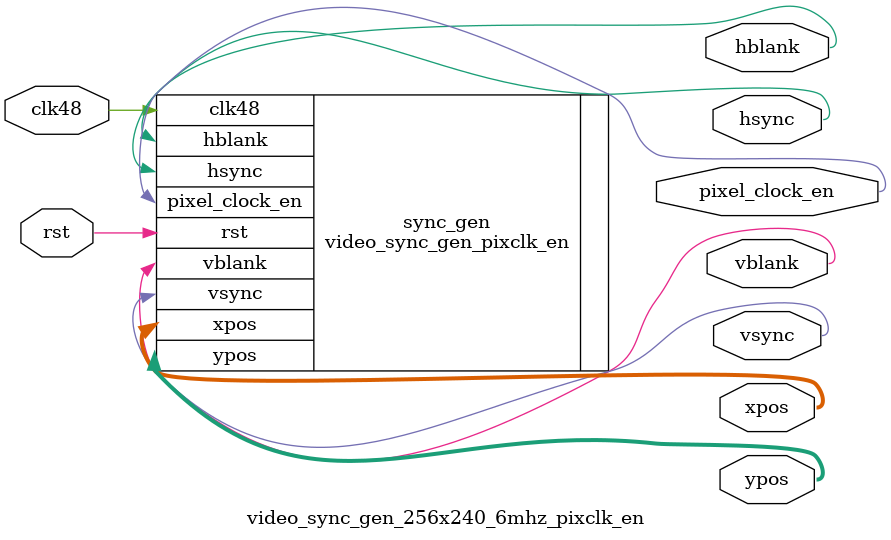
<source format=sv>
module video_sync_gen_256x240_6mhz_pixclk_en (
  input  logic clk48, input logic rst,
  output logic pixel_clock_en,
  output logic [7:0] xpos, output logic [7:0] ypos,
  output logic hblank, vblank, hsync, vsync
);
  video_sync_gen_pixclk_en #(
    .H_TOTAL(384), .H_ACTIVE(256), .H_FP(16), .H_SYNC(32), .H_BP(80),
    .V_TOTAL(262), .V_ACTIVE(240), .V_FP(4),  .V_SYNC(3),  .V_BP(15),
    .HSYNC_ACTIVE_LOW(0), .VSYNC_ACTIVE_LOW(0)
  ) sync_gen (
    .clk48(clk48), 
    .rst(rst),
    .pixel_clock_en(pixel_clock_en),
    .xpos(xpos), 
    .ypos(ypos), 
    .hblank(hblank), 
    .vblank(vblank), 
    .hsync(hsync), 
    .vsync(vsync)
  );
endmodule
</source>
